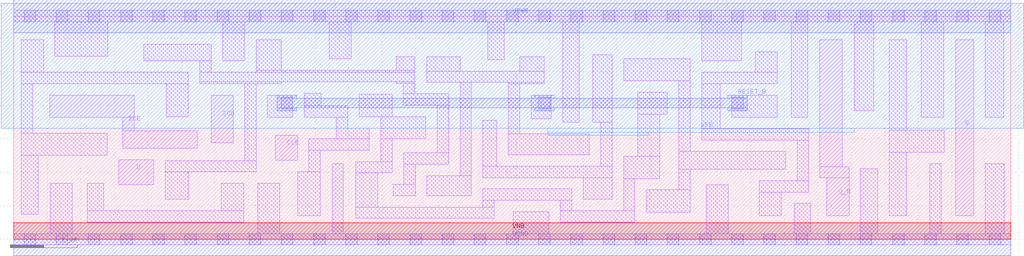
<source format=lef>
# Copyright 2020 The SkyWater PDK Authors
#
# Licensed under the Apache License, Version 2.0 (the "License");
# you may not use this file except in compliance with the License.
# You may obtain a copy of the License at
#
#     https://www.apache.org/licenses/LICENSE-2.0
#
# Unless required by applicable law or agreed to in writing, software
# distributed under the License is distributed on an "AS IS" BASIS,
# WITHOUT WARRANTIES OR CONDITIONS OF ANY KIND, either express or implied.
# See the License for the specific language governing permissions and
# limitations under the License.
#
# SPDX-License-Identifier: Apache-2.0

VERSION 5.7 ;
  NOWIREEXTENSIONATPIN ON ;
  DIVIDERCHAR "/" ;
  BUSBITCHARS "[]" ;
MACRO sky130_fd_sc_hs__sdfrbp_2
  CLASS CORE ;
  FOREIGN sky130_fd_sc_hs__sdfrbp_2 ;
  ORIGIN  0.000000  0.000000 ;
  SIZE  14.88000 BY  3.330000 ;
  SYMMETRY X Y R90 ;
  SITE unit ;
  PIN D
    ANTENNAGATEAREA  0.159000 ;
    DIRECTION INPUT ;
    USE SIGNAL ;
    PORT
      LAYER li1 ;
        RECT 1.565000 0.810000 2.090000 1.190000 ;
    END
  END D
  PIN Q
    ANTENNADIFFAREA  0.543200 ;
    DIRECTION OUTPUT ;
    USE SIGNAL ;
    PORT
      LAYER li1 ;
        RECT 14.055000 0.350000 14.325000 2.980000 ;
    END
  END Q
  PIN Q_N
    ANTENNADIFFAREA  0.543200 ;
    DIRECTION OUTPUT ;
    USE SIGNAL ;
    PORT
      LAYER li1 ;
        RECT 12.030000 0.915000 12.465000 1.085000 ;
        RECT 12.030000 1.085000 12.360000 2.980000 ;
        RECT 12.135000 0.350000 12.465000 0.915000 ;
    END
  END Q_N
  PIN RESET_B
    ANTENNAGATEAREA  0.411000 ;
    DIRECTION INPUT ;
    USE SIGNAL ;
    PORT
      LAYER met1 ;
        RECT  3.935000 1.920000  4.225000 1.965000 ;
        RECT  3.935000 1.965000 10.945000 2.105000 ;
        RECT  3.935000 2.105000  4.225000 2.150000 ;
        RECT  7.775000 1.920000  8.065000 1.965000 ;
        RECT  7.775000 2.105000  8.065000 2.150000 ;
        RECT 10.655000 1.920000 10.945000 1.965000 ;
        RECT 10.655000 2.105000 10.945000 2.150000 ;
    END
  END RESET_B
  PIN SCD
    ANTENNAGATEAREA  0.159000 ;
    DIRECTION INPUT ;
    USE SIGNAL ;
    PORT
      LAYER li1 ;
        RECT 2.945000 1.440000 3.275000 2.150000 ;
    END
  END SCD
  PIN SCE
    ANTENNAGATEAREA  0.318000 ;
    DIRECTION INPUT ;
    USE SIGNAL ;
    PORT
      LAYER li1 ;
        RECT 0.540000 1.820000 1.795000 2.150000 ;
        RECT 1.625000 1.360000 2.735000 1.620000 ;
        RECT 1.625000 1.620000 1.795000 1.820000 ;
    END
  END SCE
  PIN CLK
    ANTENNAGATEAREA  0.279000 ;
    DIRECTION INPUT ;
    USE CLOCK ;
    PORT
      LAYER li1 ;
        RECT 3.905000 1.180000 4.235000 1.550000 ;
    END
  END CLK
  PIN VGND
    DIRECTION INOUT ;
    USE GROUND ;
    PORT
      LAYER met1 ;
        RECT 0.000000 -0.245000 14.880000 0.245000 ;
    END
  END VGND
  PIN VNB
    DIRECTION INOUT ;
    USE GROUND ;
    PORT
      LAYER pwell ;
        RECT 0.000000 0.000000 14.880000 0.245000 ;
    END
  END VNB
  PIN VPB
    DIRECTION INOUT ;
    USE POWER ;
    PORT
      LAYER nwell ;
        RECT -0.190000 1.660000 15.070000 3.520000 ;
        RECT  7.970000 1.555000  9.470000 1.595000 ;
        RECT  7.970000 1.595000 12.540000 1.660000 ;
    END
  END VPB
  PIN VPWR
    DIRECTION INOUT ;
    USE POWER ;
    PORT
      LAYER met1 ;
        RECT 0.000000 3.085000 14.880000 3.575000 ;
    END
  END VPWR
  OBS
    LAYER li1 ;
      RECT  0.000000 -0.085000 14.880000 0.085000 ;
      RECT  0.000000  3.245000 14.880000 3.415000 ;
      RECT  0.115000  0.375000  0.365000 1.250000 ;
      RECT  0.115000  1.250000  1.395000 1.580000 ;
      RECT  0.115000  1.580000  0.285000 2.320000 ;
      RECT  0.115000  2.320000  2.605000 2.490000 ;
      RECT  0.115000  2.490000  0.445000 2.980000 ;
      RECT  0.545000  0.085000  0.875000 0.835000 ;
      RECT  0.615000  2.730000  1.400000 3.245000 ;
      RECT  1.095000  0.255000  3.430000 0.425000 ;
      RECT  1.095000  0.425000  1.345000 0.835000 ;
      RECT  1.940000  2.660000  2.945000 2.910000 ;
      RECT  2.260000  0.595000  2.610000 1.005000 ;
      RECT  2.260000  1.005000  3.615000 1.175000 ;
      RECT  2.275000  1.830000  2.605000 2.320000 ;
      RECT  2.775000  2.320000  3.995000 2.350000 ;
      RECT  2.775000  2.350000  5.985000 2.490000 ;
      RECT  2.775000  2.490000  2.945000 2.660000 ;
      RECT  3.100000  0.425000  3.430000 0.835000 ;
      RECT  3.115000  2.660000  3.445000 3.245000 ;
      RECT  3.445000  1.175000  3.615000 2.320000 ;
      RECT  3.615000  2.490000  5.985000 2.520000 ;
      RECT  3.615000  2.520000  3.995000 2.980000 ;
      RECT  3.640000  0.085000  3.970000 0.835000 ;
      RECT  3.785000  1.820000  4.165000 2.150000 ;
      RECT  4.240000  0.350000  4.575000 1.010000 ;
      RECT  4.335000  1.820000  4.985000 1.990000 ;
      RECT  4.335000  1.990000  4.585000 2.180000 ;
      RECT  4.405000  1.010000  4.575000 1.330000 ;
      RECT  4.405000  1.330000  5.305000 1.500000 ;
      RECT  4.705000  2.690000  5.035000 3.245000 ;
      RECT  4.750000  0.085000  4.920000 1.130000 ;
      RECT  4.815000  1.500000  5.305000 1.660000 ;
      RECT  4.815000  1.660000  4.985000 1.820000 ;
      RECT  5.100000  0.310000  7.170000 0.480000 ;
      RECT  5.100000  0.480000  5.430000 0.990000 ;
      RECT  5.100000  0.990000  5.645000 1.160000 ;
      RECT  5.155000  1.830000  5.645000 2.160000 ;
      RECT  5.475000  1.160000  5.645000 1.500000 ;
      RECT  5.475000  1.500000  6.150000 1.830000 ;
      RECT  5.660000  0.650000  5.990000 0.820000 ;
      RECT  5.710000  2.330000  5.985000 2.350000 ;
      RECT  5.710000  2.520000  5.985000 2.725000 ;
      RECT  5.815000  2.000000  6.490000 2.170000 ;
      RECT  5.815000  2.170000  5.985000 2.330000 ;
      RECT  5.820000  0.820000  5.990000 1.120000 ;
      RECT  5.820000  1.120000  6.490000 1.290000 ;
      RECT  6.160000  0.650000  6.830000 0.950000 ;
      RECT  6.160000  2.340000  7.915000 2.510000 ;
      RECT  6.160000  2.510000  6.660000 2.725000 ;
      RECT  6.320000  1.290000  6.490000 2.000000 ;
      RECT  6.660000  0.950000  6.830000 2.340000 ;
      RECT  7.000000  0.480000  7.170000 0.580000 ;
      RECT  7.000000  0.580000  8.325000 0.750000 ;
      RECT  7.000000  0.920000  8.930000 1.090000 ;
      RECT  7.000000  1.090000  7.210000 1.775000 ;
      RECT  7.070000  2.680000  7.320000 3.245000 ;
      RECT  7.380000  1.260000  8.590000 1.575000 ;
      RECT  7.380000  1.575000  7.550000 2.320000 ;
      RECT  7.380000  2.320000  7.915000 2.340000 ;
      RECT  7.450000  0.085000  7.985000 0.410000 ;
      RECT  7.550000  2.510000  7.915000 2.725000 ;
      RECT  7.720000  1.795000  8.020000 2.150000 ;
      RECT  8.155000  0.255000  9.270000 0.425000 ;
      RECT  8.155000  0.425000  8.325000 0.580000 ;
      RECT  8.190000  1.745000  8.440000 3.245000 ;
      RECT  8.495000  0.595000  8.930000 0.920000 ;
      RECT  8.640000  1.745000  8.930000 2.755000 ;
      RECT  8.760000  1.090000  8.930000 1.745000 ;
      RECT  9.100000  0.425000  9.270000 0.905000 ;
      RECT  9.100000  0.905000  9.640000 1.235000 ;
      RECT  9.100000  2.365000 10.095000 2.695000 ;
      RECT  9.310000  1.235000  9.640000 1.865000 ;
      RECT  9.310000  1.865000  9.755000 2.195000 ;
      RECT  9.440000  0.405000 10.095000 0.735000 ;
      RECT  9.925000  0.735000 10.095000 1.045000 ;
      RECT  9.925000  1.045000 11.520000 1.310000 ;
      RECT  9.925000  1.310000 10.095000 2.365000 ;
      RECT 10.265000  1.480000 11.860000 1.650000 ;
      RECT 10.265000  1.650000 10.545000 2.320000 ;
      RECT 10.265000  2.320000 11.395000 2.490000 ;
      RECT 10.265000  2.660000 10.860000 3.245000 ;
      RECT 10.335000  0.085000 10.665000 0.810000 ;
      RECT 10.715000  1.820000 11.395000 2.150000 ;
      RECT 11.065000  2.490000 11.395000 2.795000 ;
      RECT 11.125000  0.350000 11.455000 0.705000 ;
      RECT 11.125000  0.705000 11.860000 0.875000 ;
      RECT 11.600000  1.820000 11.850000 3.245000 ;
      RECT 11.645000  0.085000 11.895000 0.535000 ;
      RECT 11.690000  0.875000 11.860000 1.480000 ;
      RECT 12.540000  1.920000 12.830000 3.245000 ;
      RECT 12.635000  0.085000 12.895000 1.050000 ;
      RECT 13.065000  0.350000 13.325000 1.300000 ;
      RECT 13.065000  1.300000 13.885000 1.630000 ;
      RECT 13.065000  1.630000 13.325000 2.980000 ;
      RECT 13.545000  1.820000 13.875000 3.245000 ;
      RECT 13.670000  0.085000 13.840000 1.130000 ;
      RECT 14.495000  0.085000 14.780000 1.130000 ;
      RECT 14.495000  1.820000 14.775000 3.245000 ;
    LAYER mcon ;
      RECT  0.155000 -0.085000  0.325000 0.085000 ;
      RECT  0.155000  3.245000  0.325000 3.415000 ;
      RECT  0.635000 -0.085000  0.805000 0.085000 ;
      RECT  0.635000  3.245000  0.805000 3.415000 ;
      RECT  1.115000 -0.085000  1.285000 0.085000 ;
      RECT  1.115000  3.245000  1.285000 3.415000 ;
      RECT  1.595000 -0.085000  1.765000 0.085000 ;
      RECT  1.595000  3.245000  1.765000 3.415000 ;
      RECT  2.075000 -0.085000  2.245000 0.085000 ;
      RECT  2.075000  3.245000  2.245000 3.415000 ;
      RECT  2.555000 -0.085000  2.725000 0.085000 ;
      RECT  2.555000  3.245000  2.725000 3.415000 ;
      RECT  3.035000 -0.085000  3.205000 0.085000 ;
      RECT  3.035000  3.245000  3.205000 3.415000 ;
      RECT  3.515000 -0.085000  3.685000 0.085000 ;
      RECT  3.515000  3.245000  3.685000 3.415000 ;
      RECT  3.995000 -0.085000  4.165000 0.085000 ;
      RECT  3.995000  1.950000  4.165000 2.120000 ;
      RECT  3.995000  3.245000  4.165000 3.415000 ;
      RECT  4.475000 -0.085000  4.645000 0.085000 ;
      RECT  4.475000  3.245000  4.645000 3.415000 ;
      RECT  4.955000 -0.085000  5.125000 0.085000 ;
      RECT  4.955000  3.245000  5.125000 3.415000 ;
      RECT  5.435000 -0.085000  5.605000 0.085000 ;
      RECT  5.435000  3.245000  5.605000 3.415000 ;
      RECT  5.915000 -0.085000  6.085000 0.085000 ;
      RECT  5.915000  3.245000  6.085000 3.415000 ;
      RECT  6.395000 -0.085000  6.565000 0.085000 ;
      RECT  6.395000  3.245000  6.565000 3.415000 ;
      RECT  6.875000 -0.085000  7.045000 0.085000 ;
      RECT  6.875000  3.245000  7.045000 3.415000 ;
      RECT  7.355000 -0.085000  7.525000 0.085000 ;
      RECT  7.355000  3.245000  7.525000 3.415000 ;
      RECT  7.835000 -0.085000  8.005000 0.085000 ;
      RECT  7.835000  1.950000  8.005000 2.120000 ;
      RECT  7.835000  3.245000  8.005000 3.415000 ;
      RECT  8.315000 -0.085000  8.485000 0.085000 ;
      RECT  8.315000  3.245000  8.485000 3.415000 ;
      RECT  8.795000 -0.085000  8.965000 0.085000 ;
      RECT  8.795000  3.245000  8.965000 3.415000 ;
      RECT  9.275000 -0.085000  9.445000 0.085000 ;
      RECT  9.275000  3.245000  9.445000 3.415000 ;
      RECT  9.755000 -0.085000  9.925000 0.085000 ;
      RECT  9.755000  3.245000  9.925000 3.415000 ;
      RECT 10.235000 -0.085000 10.405000 0.085000 ;
      RECT 10.235000  3.245000 10.405000 3.415000 ;
      RECT 10.715000 -0.085000 10.885000 0.085000 ;
      RECT 10.715000  1.950000 10.885000 2.120000 ;
      RECT 10.715000  3.245000 10.885000 3.415000 ;
      RECT 11.195000 -0.085000 11.365000 0.085000 ;
      RECT 11.195000  3.245000 11.365000 3.415000 ;
      RECT 11.675000 -0.085000 11.845000 0.085000 ;
      RECT 11.675000  3.245000 11.845000 3.415000 ;
      RECT 12.155000 -0.085000 12.325000 0.085000 ;
      RECT 12.155000  3.245000 12.325000 3.415000 ;
      RECT 12.635000 -0.085000 12.805000 0.085000 ;
      RECT 12.635000  3.245000 12.805000 3.415000 ;
      RECT 13.115000 -0.085000 13.285000 0.085000 ;
      RECT 13.115000  3.245000 13.285000 3.415000 ;
      RECT 13.595000 -0.085000 13.765000 0.085000 ;
      RECT 13.595000  3.245000 13.765000 3.415000 ;
      RECT 14.075000 -0.085000 14.245000 0.085000 ;
      RECT 14.075000  3.245000 14.245000 3.415000 ;
      RECT 14.555000 -0.085000 14.725000 0.085000 ;
      RECT 14.555000  3.245000 14.725000 3.415000 ;
  END
END sky130_fd_sc_hs__sdfrbp_2
END LIBRARY

</source>
